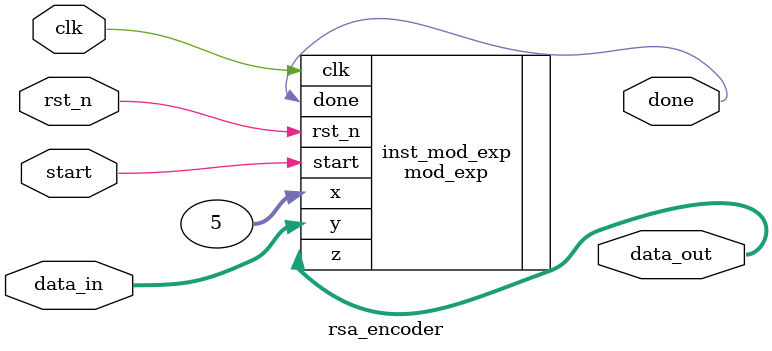
<source format=v>
`timescale 1ns / 1ps

module rsa_encoder (
        input clk,
        input rst_n,
        input start,
        input [k-1:0] data_in,
        output [k-1:0] data_out,
        output done
    );


    parameter p = 67, q = 5, n = 3551, t = 3432, e = 5, d = 1373;
    parameter exp_2k = 2292;  // 4096-3551=545, 545*545%3551 =2292
    // 3551 2^10 = 1024 2^11 = 2048 2^12 = 4096
    parameter k = 12;
    parameter logk = 4;
    // mod_exp
    mod_exp #(
                .k     (k),
                .logk  (logk),
                .m     (n),
                .exp_2k(exp_2k)
            ) inst_mod_exp (
                .x    (e),
                .y    (data_in),
                .clk  (clk),
                .rst_n(rst_n),
                .start(start),
                .z    (data_out),
                .done (done)
            );
endmodule

</source>
